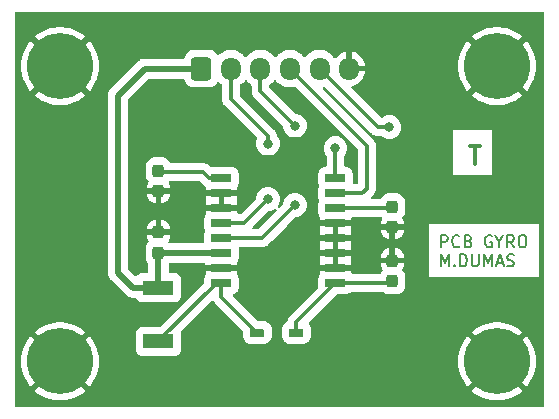
<source format=gbr>
%TF.GenerationSoftware,KiCad,Pcbnew,7.0.1*%
%TF.CreationDate,2023-04-13T11:59:34+02:00*%
%TF.ProjectId,PCBGYRO,50434247-5952-44f2-9e6b-696361645f70,rev?*%
%TF.SameCoordinates,Original*%
%TF.FileFunction,Copper,L1,Top*%
%TF.FilePolarity,Positive*%
%FSLAX46Y46*%
G04 Gerber Fmt 4.6, Leading zero omitted, Abs format (unit mm)*
G04 Created by KiCad (PCBNEW 7.0.1) date 2023-04-13 11:59:34*
%MOMM*%
%LPD*%
G01*
G04 APERTURE LIST*
G04 Aperture macros list*
%AMRoundRect*
0 Rectangle with rounded corners*
0 $1 Rounding radius*
0 $2 $3 $4 $5 $6 $7 $8 $9 X,Y pos of 4 corners*
0 Add a 4 corners polygon primitive as box body*
4,1,4,$2,$3,$4,$5,$6,$7,$8,$9,$2,$3,0*
0 Add four circle primitives for the rounded corners*
1,1,$1+$1,$2,$3*
1,1,$1+$1,$4,$5*
1,1,$1+$1,$6,$7*
1,1,$1+$1,$8,$9*
0 Add four rect primitives between the rounded corners*
20,1,$1+$1,$2,$3,$4,$5,0*
20,1,$1+$1,$4,$5,$6,$7,0*
20,1,$1+$1,$6,$7,$8,$9,0*
20,1,$1+$1,$8,$9,$2,$3,0*%
G04 Aperture macros list end*
%ADD10C,0.300000*%
%TA.AperFunction,NonConductor*%
%ADD11C,0.300000*%
%TD*%
%ADD12C,0.150000*%
%TA.AperFunction,NonConductor*%
%ADD13C,0.150000*%
%TD*%
%TA.AperFunction,ComponentPad*%
%ADD14C,5.600000*%
%TD*%
%TA.AperFunction,SMDPad,CuDef*%
%ADD15RoundRect,0.237500X0.237500X-0.300000X0.237500X0.300000X-0.237500X0.300000X-0.237500X-0.300000X0*%
%TD*%
%TA.AperFunction,SMDPad,CuDef*%
%ADD16RoundRect,0.237500X-0.237500X0.300000X-0.237500X-0.300000X0.237500X-0.300000X0.237500X0.300000X0*%
%TD*%
%TA.AperFunction,ComponentPad*%
%ADD17RoundRect,0.250000X-0.600000X-0.725000X0.600000X-0.725000X0.600000X0.725000X-0.600000X0.725000X0*%
%TD*%
%TA.AperFunction,ComponentPad*%
%ADD18O,1.700000X1.950000*%
%TD*%
%TA.AperFunction,SMDPad,CuDef*%
%ADD19RoundRect,0.148000X0.477000X0.222000X-0.477000X0.222000X-0.477000X-0.222000X0.477000X-0.222000X0*%
%TD*%
%TA.AperFunction,SMDPad,CuDef*%
%ADD20RoundRect,0.133200X0.491800X0.236800X-0.491800X0.236800X-0.491800X-0.236800X0.491800X-0.236800X0*%
%TD*%
%TA.AperFunction,SMDPad,CuDef*%
%ADD21R,2.650000X1.300000*%
%TD*%
%TA.AperFunction,SMDPad,CuDef*%
%ADD22R,1.700000X0.700000*%
%TD*%
%TA.AperFunction,ViaPad*%
%ADD23C,0.800000*%
%TD*%
%TA.AperFunction,Conductor*%
%ADD24C,0.500000*%
%TD*%
%TA.AperFunction,Conductor*%
%ADD25C,0.300000*%
%TD*%
G04 APERTURE END LIST*
D10*
D11*
X80578342Y-51758028D02*
X79721200Y-51758028D01*
X80149771Y-53258028D02*
X80149771Y-51758028D01*
D12*
D13*
X77250895Y-60335219D02*
X77250895Y-59335219D01*
X77250895Y-59335219D02*
X77631847Y-59335219D01*
X77631847Y-59335219D02*
X77727085Y-59382838D01*
X77727085Y-59382838D02*
X77774704Y-59430457D01*
X77774704Y-59430457D02*
X77822323Y-59525695D01*
X77822323Y-59525695D02*
X77822323Y-59668552D01*
X77822323Y-59668552D02*
X77774704Y-59763790D01*
X77774704Y-59763790D02*
X77727085Y-59811409D01*
X77727085Y-59811409D02*
X77631847Y-59859028D01*
X77631847Y-59859028D02*
X77250895Y-59859028D01*
X78822323Y-60239980D02*
X78774704Y-60287600D01*
X78774704Y-60287600D02*
X78631847Y-60335219D01*
X78631847Y-60335219D02*
X78536609Y-60335219D01*
X78536609Y-60335219D02*
X78393752Y-60287600D01*
X78393752Y-60287600D02*
X78298514Y-60192361D01*
X78298514Y-60192361D02*
X78250895Y-60097123D01*
X78250895Y-60097123D02*
X78203276Y-59906647D01*
X78203276Y-59906647D02*
X78203276Y-59763790D01*
X78203276Y-59763790D02*
X78250895Y-59573314D01*
X78250895Y-59573314D02*
X78298514Y-59478076D01*
X78298514Y-59478076D02*
X78393752Y-59382838D01*
X78393752Y-59382838D02*
X78536609Y-59335219D01*
X78536609Y-59335219D02*
X78631847Y-59335219D01*
X78631847Y-59335219D02*
X78774704Y-59382838D01*
X78774704Y-59382838D02*
X78822323Y-59430457D01*
X79584228Y-59811409D02*
X79727085Y-59859028D01*
X79727085Y-59859028D02*
X79774704Y-59906647D01*
X79774704Y-59906647D02*
X79822323Y-60001885D01*
X79822323Y-60001885D02*
X79822323Y-60144742D01*
X79822323Y-60144742D02*
X79774704Y-60239980D01*
X79774704Y-60239980D02*
X79727085Y-60287600D01*
X79727085Y-60287600D02*
X79631847Y-60335219D01*
X79631847Y-60335219D02*
X79250895Y-60335219D01*
X79250895Y-60335219D02*
X79250895Y-59335219D01*
X79250895Y-59335219D02*
X79584228Y-59335219D01*
X79584228Y-59335219D02*
X79679466Y-59382838D01*
X79679466Y-59382838D02*
X79727085Y-59430457D01*
X79727085Y-59430457D02*
X79774704Y-59525695D01*
X79774704Y-59525695D02*
X79774704Y-59620933D01*
X79774704Y-59620933D02*
X79727085Y-59716171D01*
X79727085Y-59716171D02*
X79679466Y-59763790D01*
X79679466Y-59763790D02*
X79584228Y-59811409D01*
X79584228Y-59811409D02*
X79250895Y-59811409D01*
X81536609Y-59382838D02*
X81441371Y-59335219D01*
X81441371Y-59335219D02*
X81298514Y-59335219D01*
X81298514Y-59335219D02*
X81155657Y-59382838D01*
X81155657Y-59382838D02*
X81060419Y-59478076D01*
X81060419Y-59478076D02*
X81012800Y-59573314D01*
X81012800Y-59573314D02*
X80965181Y-59763790D01*
X80965181Y-59763790D02*
X80965181Y-59906647D01*
X80965181Y-59906647D02*
X81012800Y-60097123D01*
X81012800Y-60097123D02*
X81060419Y-60192361D01*
X81060419Y-60192361D02*
X81155657Y-60287600D01*
X81155657Y-60287600D02*
X81298514Y-60335219D01*
X81298514Y-60335219D02*
X81393752Y-60335219D01*
X81393752Y-60335219D02*
X81536609Y-60287600D01*
X81536609Y-60287600D02*
X81584228Y-60239980D01*
X81584228Y-60239980D02*
X81584228Y-59906647D01*
X81584228Y-59906647D02*
X81393752Y-59906647D01*
X82203276Y-59859028D02*
X82203276Y-60335219D01*
X81869943Y-59335219D02*
X82203276Y-59859028D01*
X82203276Y-59859028D02*
X82536609Y-59335219D01*
X83441371Y-60335219D02*
X83108038Y-59859028D01*
X82869943Y-60335219D02*
X82869943Y-59335219D01*
X82869943Y-59335219D02*
X83250895Y-59335219D01*
X83250895Y-59335219D02*
X83346133Y-59382838D01*
X83346133Y-59382838D02*
X83393752Y-59430457D01*
X83393752Y-59430457D02*
X83441371Y-59525695D01*
X83441371Y-59525695D02*
X83441371Y-59668552D01*
X83441371Y-59668552D02*
X83393752Y-59763790D01*
X83393752Y-59763790D02*
X83346133Y-59811409D01*
X83346133Y-59811409D02*
X83250895Y-59859028D01*
X83250895Y-59859028D02*
X82869943Y-59859028D01*
X84060419Y-59335219D02*
X84250895Y-59335219D01*
X84250895Y-59335219D02*
X84346133Y-59382838D01*
X84346133Y-59382838D02*
X84441371Y-59478076D01*
X84441371Y-59478076D02*
X84488990Y-59668552D01*
X84488990Y-59668552D02*
X84488990Y-60001885D01*
X84488990Y-60001885D02*
X84441371Y-60192361D01*
X84441371Y-60192361D02*
X84346133Y-60287600D01*
X84346133Y-60287600D02*
X84250895Y-60335219D01*
X84250895Y-60335219D02*
X84060419Y-60335219D01*
X84060419Y-60335219D02*
X83965181Y-60287600D01*
X83965181Y-60287600D02*
X83869943Y-60192361D01*
X83869943Y-60192361D02*
X83822324Y-60001885D01*
X83822324Y-60001885D02*
X83822324Y-59668552D01*
X83822324Y-59668552D02*
X83869943Y-59478076D01*
X83869943Y-59478076D02*
X83965181Y-59382838D01*
X83965181Y-59382838D02*
X84060419Y-59335219D01*
X77250895Y-61955219D02*
X77250895Y-60955219D01*
X77250895Y-60955219D02*
X77584228Y-61669504D01*
X77584228Y-61669504D02*
X77917561Y-60955219D01*
X77917561Y-60955219D02*
X77917561Y-61955219D01*
X78393752Y-61859980D02*
X78441371Y-61907600D01*
X78441371Y-61907600D02*
X78393752Y-61955219D01*
X78393752Y-61955219D02*
X78346133Y-61907600D01*
X78346133Y-61907600D02*
X78393752Y-61859980D01*
X78393752Y-61859980D02*
X78393752Y-61955219D01*
X78869942Y-61955219D02*
X78869942Y-60955219D01*
X78869942Y-60955219D02*
X79108037Y-60955219D01*
X79108037Y-60955219D02*
X79250894Y-61002838D01*
X79250894Y-61002838D02*
X79346132Y-61098076D01*
X79346132Y-61098076D02*
X79393751Y-61193314D01*
X79393751Y-61193314D02*
X79441370Y-61383790D01*
X79441370Y-61383790D02*
X79441370Y-61526647D01*
X79441370Y-61526647D02*
X79393751Y-61717123D01*
X79393751Y-61717123D02*
X79346132Y-61812361D01*
X79346132Y-61812361D02*
X79250894Y-61907600D01*
X79250894Y-61907600D02*
X79108037Y-61955219D01*
X79108037Y-61955219D02*
X78869942Y-61955219D01*
X79869942Y-60955219D02*
X79869942Y-61764742D01*
X79869942Y-61764742D02*
X79917561Y-61859980D01*
X79917561Y-61859980D02*
X79965180Y-61907600D01*
X79965180Y-61907600D02*
X80060418Y-61955219D01*
X80060418Y-61955219D02*
X80250894Y-61955219D01*
X80250894Y-61955219D02*
X80346132Y-61907600D01*
X80346132Y-61907600D02*
X80393751Y-61859980D01*
X80393751Y-61859980D02*
X80441370Y-61764742D01*
X80441370Y-61764742D02*
X80441370Y-60955219D01*
X80917561Y-61955219D02*
X80917561Y-60955219D01*
X80917561Y-60955219D02*
X81250894Y-61669504D01*
X81250894Y-61669504D02*
X81584227Y-60955219D01*
X81584227Y-60955219D02*
X81584227Y-61955219D01*
X82012799Y-61669504D02*
X82488989Y-61669504D01*
X81917561Y-61955219D02*
X82250894Y-60955219D01*
X82250894Y-60955219D02*
X82584227Y-61955219D01*
X82869942Y-61907600D02*
X83012799Y-61955219D01*
X83012799Y-61955219D02*
X83250894Y-61955219D01*
X83250894Y-61955219D02*
X83346132Y-61907600D01*
X83346132Y-61907600D02*
X83393751Y-61859980D01*
X83393751Y-61859980D02*
X83441370Y-61764742D01*
X83441370Y-61764742D02*
X83441370Y-61669504D01*
X83441370Y-61669504D02*
X83393751Y-61574266D01*
X83393751Y-61574266D02*
X83346132Y-61526647D01*
X83346132Y-61526647D02*
X83250894Y-61479028D01*
X83250894Y-61479028D02*
X83060418Y-61431409D01*
X83060418Y-61431409D02*
X82965180Y-61383790D01*
X82965180Y-61383790D02*
X82917561Y-61336171D01*
X82917561Y-61336171D02*
X82869942Y-61240933D01*
X82869942Y-61240933D02*
X82869942Y-61145695D01*
X82869942Y-61145695D02*
X82917561Y-61050457D01*
X82917561Y-61050457D02*
X82965180Y-61002838D01*
X82965180Y-61002838D02*
X83060418Y-60955219D01*
X83060418Y-60955219D02*
X83298513Y-60955219D01*
X83298513Y-60955219D02*
X83441370Y-61002838D01*
D14*
%TO.P,H4,1,1*%
%TO.N,GND*%
X82000000Y-45000000D03*
%TD*%
%TO.P,H2,1,1*%
%TO.N,GND*%
X82000000Y-70000000D03*
%TD*%
D15*
%TO.P,C4,1*%
%TO.N,+5V*%
X53340000Y-60806500D03*
%TO.P,C4,2*%
%TO.N,GND*%
X53340000Y-59081500D03*
%TD*%
%TO.P,C3,1*%
%TO.N,Net-(IC1-CP5)*%
X73152000Y-63193000D03*
%TO.P,C3,2*%
%TO.N,GND*%
X73152000Y-61468000D03*
%TD*%
D14*
%TO.P,H3,1,1*%
%TO.N,GND*%
X45000000Y-45000000D03*
%TD*%
%TO.P,H1,1,1*%
%TO.N,GND*%
X45000000Y-70000000D03*
%TD*%
D15*
%TO.P,C1,1*%
%TO.N,GND*%
X53340000Y-55573000D03*
%TO.P,C1,2*%
%TO.N,Net-(IC1-DVDD)*%
X53340000Y-53848000D03*
%TD*%
D16*
%TO.P,C2,1*%
%TO.N,Net-(IC1-AVDD)*%
X73152000Y-56896000D03*
%TO.P,C2,2*%
%TO.N,GND*%
X73152000Y-58621000D03*
%TD*%
D17*
%TO.P,J1,1,Pin_1*%
%TO.N,+5V*%
X56976000Y-45212000D03*
D18*
%TO.P,J1,2,Pin_2*%
%TO.N,CS*%
X59476000Y-45212000D03*
%TO.P,J1,3,Pin_3*%
%TO.N,MISO*%
X61976000Y-45212000D03*
%TO.P,J1,4,Pin_4*%
%TO.N,MOSI*%
X64476000Y-45212000D03*
%TO.P,J1,5,Pin_5*%
%TO.N,SCLK*%
X66976000Y-45212000D03*
%TO.P,J1,6,Pin_6*%
%TO.N,GND*%
X69476000Y-45212000D03*
%TD*%
D19*
%TO.P,D1,A*%
%TO.N,Net-(IC1-VX)*%
X61704000Y-67564000D03*
D20*
%TO.P,D1,C*%
%TO.N,Net-(IC1-CP5)*%
X65024000Y-67564000D03*
%TD*%
D21*
%TO.P,L1,1*%
%TO.N,+5V*%
X53340000Y-63765000D03*
%TO.P,L1,2*%
%TO.N,Net-(IC1-VX)*%
X53340000Y-68315000D03*
%TD*%
D22*
%TO.P,IC1,1,DVDD*%
%TO.N,Net-(IC1-DVDD)*%
X58675000Y-54483000D03*
%TO.P,IC1,2,RSVD_1*%
%TO.N,GND*%
X58675000Y-55753000D03*
%TO.P,IC1,3,RSVD_2*%
X58675000Y-57023000D03*
%TO.P,IC1,4,~{CS}*%
%TO.N,CS*%
X58675000Y-58293000D03*
%TO.P,IC1,5,MISO*%
%TO.N,MISO*%
X58675000Y-59563000D03*
%TO.P,IC1,6,PDD*%
%TO.N,+5V*%
X58675000Y-60833000D03*
%TO.P,IC1,7,PSS*%
%TO.N,GND*%
X58675000Y-62103000D03*
%TO.P,IC1,8,VX*%
%TO.N,Net-(IC1-VX)*%
X58675000Y-63373000D03*
%TO.P,IC1,9,CP5*%
%TO.N,Net-(IC1-CP5)*%
X68325000Y-63373000D03*
%TO.P,IC1,10,RSVD_3*%
%TO.N,GND*%
X68325000Y-62103000D03*
%TO.P,IC1,11,AVSS*%
X68325000Y-60833000D03*
%TO.P,IC1,12,RSVD_4*%
X68325000Y-59563000D03*
%TO.P,IC1,13,DVSS*%
X68325000Y-58293000D03*
%TO.P,IC1,14,AVDD*%
%TO.N,Net-(IC1-AVDD)*%
X68325000Y-57023000D03*
%TO.P,IC1,15,MOSI*%
%TO.N,MOSI*%
X68325000Y-55753000D03*
%TO.P,IC1,16,SCLK*%
%TO.N,SCLK*%
X68325000Y-54483000D03*
%TD*%
D23*
%TO.N,GND*%
X44958000Y-53086000D03*
X56235600Y-62941200D03*
X76809600Y-47396400D03*
X71018400Y-60147200D03*
X70307200Y-67208400D03*
X70967600Y-60045600D03*
X70967600Y-60045600D03*
X49326800Y-65989200D03*
X76860400Y-53289200D03*
X52425600Y-51308000D03*
X66294000Y-52120800D03*
X70967600Y-60045600D03*
X63093600Y-69850000D03*
X57048400Y-51257200D03*
X72694800Y-65684400D03*
X64414400Y-60807600D03*
X71120000Y-61722000D03*
X45161200Y-60655200D03*
X52374800Y-48310800D03*
X77012800Y-67056000D03*
%TO.N,CS*%
X62611000Y-56261000D03*
X62611000Y-51562000D03*
%TO.N,MISO*%
X64897000Y-50038000D03*
X64897000Y-56769000D03*
%TO.N,SCLK*%
X72898000Y-50165000D03*
X68326000Y-51943000D03*
%TD*%
D24*
%TO.N,GND*%
X73152000Y-58621000D02*
X73152000Y-61468000D01*
X58675000Y-62103000D02*
X68325000Y-62103000D01*
X53520000Y-55753000D02*
X53340000Y-55573000D01*
D25*
%TO.N,Net-(IC1-DVDD)*%
X57150000Y-53975000D02*
X53467000Y-53975000D01*
X58675000Y-54483000D02*
X57658000Y-54483000D01*
X53467000Y-53975000D02*
X53340000Y-53848000D01*
X57658000Y-54483000D02*
X57150000Y-53975000D01*
%TO.N,Net-(IC1-AVDD)*%
X73025000Y-57023000D02*
X73152000Y-56896000D01*
X68325000Y-57023000D02*
X73025000Y-57023000D01*
%TO.N,Net-(IC1-CP5)*%
X72972000Y-63373000D02*
X68325000Y-63373000D01*
X65024000Y-66675000D02*
X68325000Y-63374000D01*
X73152000Y-63193000D02*
X72972000Y-63373000D01*
X65024000Y-67564000D02*
X65024000Y-66675000D01*
X68325000Y-63374000D02*
X68325000Y-63373000D01*
D24*
%TO.N,+5V*%
X53340000Y-60806500D02*
X53366500Y-60833000D01*
X49911000Y-62484000D02*
X49911000Y-47498000D01*
X52197000Y-45212000D02*
X56976000Y-45212000D01*
X51192000Y-63765000D02*
X49911000Y-62484000D01*
X49911000Y-47498000D02*
X52197000Y-45212000D01*
X53366500Y-60833000D02*
X58675000Y-60833000D01*
X53340000Y-60806500D02*
X53340000Y-63765000D01*
X53340000Y-63765000D02*
X51192000Y-63765000D01*
D25*
%TO.N,Net-(IC1-VX)*%
X58675000Y-63373000D02*
X58282000Y-63373000D01*
X58675000Y-64535000D02*
X58675000Y-63373000D01*
X58282000Y-63373000D02*
X53340000Y-68315000D01*
X61704000Y-67564000D02*
X58675000Y-64535000D01*
%TO.N,CS*%
X60579000Y-58293000D02*
X62611000Y-56261000D01*
X62611000Y-50927000D02*
X59476000Y-47792000D01*
X59476000Y-47792000D02*
X59476000Y-45212000D01*
X58675000Y-58293000D02*
X60579000Y-58293000D01*
X62611000Y-51562000D02*
X62611000Y-50927000D01*
%TO.N,MISO*%
X62103000Y-59563000D02*
X64897000Y-56769000D01*
X58675000Y-59563000D02*
X62103000Y-59563000D01*
X61976000Y-47117000D02*
X61976000Y-45212000D01*
X64897000Y-50038000D02*
X61976000Y-47117000D01*
%TO.N,MOSI*%
X70993000Y-51729000D02*
X64476000Y-45212000D01*
X70993000Y-55372000D02*
X70993000Y-51729000D01*
X68325000Y-55753000D02*
X70612000Y-55753000D01*
X70612000Y-55753000D02*
X70993000Y-55372000D01*
%TO.N,SCLK*%
X71929000Y-50165000D02*
X66976000Y-45212000D01*
X68325000Y-54483000D02*
X68325000Y-51944000D01*
X68325000Y-51944000D02*
X68326000Y-51943000D01*
X72898000Y-50165000D02*
X71929000Y-50165000D01*
%TD*%
%TA.AperFunction,Conductor*%
%TO.N,GND*%
G36*
X85917000Y-40402613D02*
G01*
X85962387Y-40448000D01*
X85979000Y-40510000D01*
X85979000Y-73764100D01*
X85962387Y-73826100D01*
X85917000Y-73871487D01*
X85855000Y-73888100D01*
X41323300Y-73888100D01*
X41261300Y-73871487D01*
X41215913Y-73826100D01*
X41199300Y-73764100D01*
X41199300Y-72506295D01*
X42847255Y-72506295D01*
X42847256Y-72506296D01*
X42860485Y-72518828D01*
X43145363Y-72735386D01*
X43451984Y-72919873D01*
X43776746Y-73070124D01*
X44115859Y-73184385D01*
X44465335Y-73261310D01*
X44821078Y-73300000D01*
X45178922Y-73300000D01*
X45534664Y-73261310D01*
X45884140Y-73184385D01*
X46223253Y-73070124D01*
X46548015Y-72919873D01*
X46854636Y-72735386D01*
X47139515Y-72518827D01*
X47152742Y-72506297D01*
X47152743Y-72506295D01*
X79847255Y-72506295D01*
X79847256Y-72506296D01*
X79860485Y-72518828D01*
X80145363Y-72735386D01*
X80451984Y-72919873D01*
X80776746Y-73070124D01*
X81115859Y-73184385D01*
X81465335Y-73261310D01*
X81821078Y-73300000D01*
X82178922Y-73300000D01*
X82534664Y-73261310D01*
X82884140Y-73184385D01*
X83223253Y-73070124D01*
X83548015Y-72919873D01*
X83854636Y-72735386D01*
X84139515Y-72518827D01*
X84152742Y-72506297D01*
X84152743Y-72506295D01*
X82000000Y-70353553D01*
X79847255Y-72506295D01*
X47152743Y-72506295D01*
X45000000Y-70353553D01*
X42847255Y-72506295D01*
X41199300Y-72506295D01*
X41199300Y-70000000D01*
X41695152Y-70000000D01*
X41714525Y-70357310D01*
X41772419Y-70710451D01*
X41868149Y-71055241D01*
X42000601Y-71387670D01*
X42168218Y-71703829D01*
X42369031Y-72000004D01*
X42496441Y-72150003D01*
X42496442Y-72150004D01*
X44646447Y-70000001D01*
X45353553Y-70000001D01*
X47503556Y-72150003D01*
X47630968Y-72000004D01*
X47831781Y-71703829D01*
X47999398Y-71387670D01*
X48131850Y-71055241D01*
X48227580Y-70710451D01*
X48285474Y-70357310D01*
X48304847Y-70000000D01*
X48304847Y-69999999D01*
X78695152Y-69999999D01*
X78714525Y-70357310D01*
X78772419Y-70710451D01*
X78868149Y-71055241D01*
X79000601Y-71387670D01*
X79168218Y-71703829D01*
X79369031Y-72000004D01*
X79496441Y-72150003D01*
X79496442Y-72150004D01*
X81646447Y-70000001D01*
X82353553Y-70000001D01*
X84503556Y-72150003D01*
X84630968Y-72000004D01*
X84831781Y-71703829D01*
X84999398Y-71387670D01*
X85131850Y-71055241D01*
X85227580Y-70710451D01*
X85285474Y-70357310D01*
X85304847Y-69999999D01*
X85285474Y-69642689D01*
X85227580Y-69289548D01*
X85131850Y-68944758D01*
X84999398Y-68612329D01*
X84831781Y-68296170D01*
X84630968Y-67999995D01*
X84503557Y-67849995D01*
X84503556Y-67849994D01*
X82353553Y-70000000D01*
X82353553Y-70000001D01*
X81646447Y-70000001D01*
X81646447Y-69999999D01*
X79496442Y-67849994D01*
X79496441Y-67849995D01*
X79369030Y-67999995D01*
X79168218Y-68296170D01*
X79000601Y-68612329D01*
X78868149Y-68944758D01*
X78772419Y-69289548D01*
X78714525Y-69642689D01*
X78695152Y-69999999D01*
X48304847Y-69999999D01*
X48285474Y-69642689D01*
X48227580Y-69289548D01*
X48148399Y-69004362D01*
X51414500Y-69004362D01*
X51429955Y-69121760D01*
X51490464Y-69267841D01*
X51586717Y-69393282D01*
X51712158Y-69489535D01*
X51712159Y-69489536D01*
X51858238Y-69550044D01*
X51975639Y-69565500D01*
X54704360Y-69565499D01*
X54704362Y-69565499D01*
X54763060Y-69557771D01*
X54821762Y-69550044D01*
X54967841Y-69489536D01*
X55093282Y-69393282D01*
X55189536Y-69267841D01*
X55250044Y-69121762D01*
X55265500Y-69004361D01*
X55265499Y-67625640D01*
X55253148Y-67531824D01*
X55258669Y-67475781D01*
X55288405Y-67427961D01*
X57829634Y-64886731D01*
X57875751Y-64857587D01*
X57929916Y-64851056D01*
X57981642Y-64868405D01*
X58020914Y-64906276D01*
X58040979Y-64936784D01*
X58042889Y-64939782D01*
X58080060Y-65000044D01*
X58082952Y-65004732D01*
X58095253Y-65019830D01*
X58096168Y-65020693D01*
X58096170Y-65020696D01*
X58150708Y-65072150D01*
X58153295Y-65074663D01*
X60442181Y-67363549D01*
X60469061Y-67403777D01*
X60478500Y-67451230D01*
X60478500Y-67835879D01*
X60488972Y-67938390D01*
X60544010Y-68104483D01*
X60635867Y-68253408D01*
X60759591Y-68377132D01*
X60815994Y-68411921D01*
X60908517Y-68468990D01*
X61019571Y-68505789D01*
X61074609Y-68524027D01*
X61125865Y-68529263D01*
X61177120Y-68534500D01*
X62230879Y-68534500D01*
X62230880Y-68534500D01*
X62333390Y-68524027D01*
X62499483Y-68468990D01*
X62648407Y-68377133D01*
X62772133Y-68253407D01*
X62863990Y-68104483D01*
X62919027Y-67938390D01*
X62928089Y-67849692D01*
X63798500Y-67849692D01*
X63808765Y-67950177D01*
X63862714Y-68112984D01*
X63952757Y-68258967D01*
X64074032Y-68380242D01*
X64074034Y-68380243D01*
X64074035Y-68380244D01*
X64220014Y-68470285D01*
X64301418Y-68497259D01*
X64382822Y-68524234D01*
X64483308Y-68534500D01*
X65564692Y-68534500D01*
X65665177Y-68524234D01*
X65665802Y-68524027D01*
X65827986Y-68470285D01*
X65973965Y-68380244D01*
X66095244Y-68258965D01*
X66185285Y-68112986D01*
X66239234Y-67950177D01*
X66249500Y-67849692D01*
X66249500Y-67493703D01*
X79847255Y-67493703D01*
X82000000Y-69646447D01*
X82000001Y-69646447D01*
X84152743Y-67493703D01*
X84152742Y-67493702D01*
X84139514Y-67481171D01*
X83854636Y-67264613D01*
X83548015Y-67080126D01*
X83223253Y-66929875D01*
X82884140Y-66815614D01*
X82534664Y-66738689D01*
X82178922Y-66700000D01*
X81821078Y-66700000D01*
X81465335Y-66738689D01*
X81115859Y-66815614D01*
X80776746Y-66929875D01*
X80451984Y-67080126D01*
X80145363Y-67264613D01*
X79860486Y-67481170D01*
X79847256Y-67493702D01*
X79847255Y-67493703D01*
X66249500Y-67493703D01*
X66249500Y-67278308D01*
X66239234Y-67177823D01*
X66185285Y-67015014D01*
X66095244Y-66869035D01*
X66095243Y-66869034D01*
X66095242Y-66869032D01*
X66080969Y-66854759D01*
X66048875Y-66799172D01*
X66048875Y-66734984D01*
X66080967Y-66679399D01*
X68400548Y-64359818D01*
X68440777Y-64332938D01*
X68488230Y-64323499D01*
X69214363Y-64323499D01*
X69284801Y-64314225D01*
X69331762Y-64308044D01*
X69477841Y-64247536D01*
X69564214Y-64181259D01*
X69606095Y-64149124D01*
X69641723Y-64130081D01*
X69681581Y-64123500D01*
X72317651Y-64123500D01*
X72358832Y-64130538D01*
X72395339Y-64150853D01*
X72460519Y-64203247D01*
X72623815Y-64284234D01*
X72800703Y-64328224D01*
X72841639Y-64331000D01*
X73462360Y-64330999D01*
X73462361Y-64330999D01*
X73472594Y-64330305D01*
X73503297Y-64328224D01*
X73680185Y-64284234D01*
X73843481Y-64203247D01*
X73985549Y-64089049D01*
X74099747Y-63946981D01*
X74180734Y-63783685D01*
X74224724Y-63606797D01*
X74227500Y-63565861D01*
X74227499Y-62820140D01*
X74224724Y-62779203D01*
X74180734Y-62602315D01*
X74099747Y-62439019D01*
X74008836Y-62325921D01*
X73985884Y-62280971D01*
X73982747Y-62230594D01*
X73999947Y-62183140D01*
X74062452Y-62081804D01*
X74116681Y-61918151D01*
X74127000Y-61817147D01*
X74127000Y-61718000D01*
X72177001Y-61718000D01*
X72177001Y-61817147D01*
X72187318Y-61918150D01*
X72241547Y-62081804D01*
X72304052Y-62183139D01*
X72321252Y-62230592D01*
X72318116Y-62280969D01*
X72295162Y-62325923D01*
X72204252Y-62439020D01*
X72147429Y-62553595D01*
X72101703Y-62603875D01*
X72036341Y-62622500D01*
X69799000Y-62622500D01*
X69737000Y-62605887D01*
X69691613Y-62560500D01*
X69675000Y-62498500D01*
X69675000Y-62353000D01*
X66975000Y-62353000D01*
X66975000Y-62500824D01*
X66981402Y-62560379D01*
X66987387Y-62576425D01*
X66993836Y-62638133D01*
X66969583Y-62695241D01*
X66950463Y-62720159D01*
X66889956Y-62866237D01*
X66874500Y-62983638D01*
X66874500Y-63711768D01*
X66865061Y-63759221D01*
X66838181Y-63799449D01*
X64538358Y-66099272D01*
X64524727Y-66111053D01*
X64505467Y-66125392D01*
X64473633Y-66163329D01*
X64466341Y-66171289D01*
X64462408Y-66175222D01*
X64443176Y-66199545D01*
X64440902Y-66202337D01*
X64391894Y-66260744D01*
X64381418Y-66277187D01*
X64349192Y-66346294D01*
X64347622Y-66349536D01*
X64313393Y-66417692D01*
X64306996Y-66436098D01*
X64291573Y-66510788D01*
X64290793Y-66514304D01*
X64274951Y-66581154D01*
X64254824Y-66625153D01*
X64219390Y-66658099D01*
X64202491Y-66668523D01*
X64074032Y-66747757D01*
X63952757Y-66869032D01*
X63862714Y-67015015D01*
X63808765Y-67177822D01*
X63798500Y-67278308D01*
X63798500Y-67849692D01*
X62928089Y-67849692D01*
X62929500Y-67835880D01*
X62929500Y-67292120D01*
X62919027Y-67189610D01*
X62863990Y-67023517D01*
X62772133Y-66874593D01*
X62772132Y-66874591D01*
X62648408Y-66750867D01*
X62499483Y-66659010D01*
X62333390Y-66603972D01*
X62240381Y-66594470D01*
X62230880Y-66593500D01*
X62230879Y-66593500D01*
X61846229Y-66593500D01*
X61798776Y-66584061D01*
X61758548Y-66557181D01*
X59691115Y-64489748D01*
X59660135Y-64438062D01*
X59657179Y-64377875D01*
X59682943Y-64323402D01*
X59731342Y-64287506D01*
X59827841Y-64247536D01*
X59953282Y-64151282D01*
X60049536Y-64025841D01*
X60110044Y-63879762D01*
X60125500Y-63762361D01*
X60125499Y-62983640D01*
X60118747Y-62932353D01*
X60110044Y-62866239D01*
X60110044Y-62866238D01*
X60049536Y-62720159D01*
X60044589Y-62713711D01*
X60030418Y-62695243D01*
X60006163Y-62638132D01*
X60012613Y-62576421D01*
X60018597Y-62560376D01*
X60025000Y-62500824D01*
X60025000Y-62353000D01*
X57325000Y-62353000D01*
X57325000Y-62500824D01*
X57331402Y-62560379D01*
X57337387Y-62576425D01*
X57343836Y-62638133D01*
X57319583Y-62695241D01*
X57300463Y-62720159D01*
X57239956Y-62866237D01*
X57224500Y-62983638D01*
X57224500Y-63317770D01*
X57215061Y-63365223D01*
X57188181Y-63405451D01*
X53565449Y-67028181D01*
X53525221Y-67055061D01*
X53477768Y-67064500D01*
X51975637Y-67064500D01*
X51858239Y-67079955D01*
X51712158Y-67140464D01*
X51586717Y-67236717D01*
X51490463Y-67362159D01*
X51429956Y-67508237D01*
X51414500Y-67625637D01*
X51414500Y-69004362D01*
X48148399Y-69004362D01*
X48131850Y-68944758D01*
X47999398Y-68612329D01*
X47831781Y-68296170D01*
X47630968Y-67999995D01*
X47503557Y-67849995D01*
X47503556Y-67849994D01*
X45353553Y-70000000D01*
X45353553Y-70000001D01*
X44646447Y-70000001D01*
X44646447Y-70000000D01*
X42496442Y-67849994D01*
X42496441Y-67849995D01*
X42369030Y-67999995D01*
X42168218Y-68296170D01*
X42000601Y-68612329D01*
X41868149Y-68944758D01*
X41772419Y-69289548D01*
X41714525Y-69642689D01*
X41695152Y-70000000D01*
X41199300Y-70000000D01*
X41199300Y-67493703D01*
X42847255Y-67493703D01*
X45000000Y-69646447D01*
X45000001Y-69646447D01*
X47152743Y-67493703D01*
X47152742Y-67493702D01*
X47139514Y-67481171D01*
X46854636Y-67264613D01*
X46548015Y-67080126D01*
X46223253Y-66929875D01*
X45884140Y-66815614D01*
X45534664Y-66738689D01*
X45178922Y-66700000D01*
X44821078Y-66700000D01*
X44465335Y-66738689D01*
X44115859Y-66815614D01*
X43776746Y-66929875D01*
X43451984Y-67080126D01*
X43145363Y-67264613D01*
X42860486Y-67481170D01*
X42847256Y-67493702D01*
X42847255Y-67493703D01*
X41199300Y-67493703D01*
X41199300Y-62507167D01*
X49055799Y-62507167D01*
X49066502Y-62585732D01*
X49066910Y-62589062D01*
X49075498Y-62668025D01*
X49080732Y-62690356D01*
X49080772Y-62690467D01*
X49080773Y-62690468D01*
X49108129Y-62764934D01*
X49109228Y-62768054D01*
X49134594Y-62843333D01*
X49144508Y-62864023D01*
X49161198Y-62890133D01*
X49187295Y-62930962D01*
X49189037Y-62933771D01*
X49219041Y-62983639D01*
X49229990Y-63001835D01*
X49244116Y-63019905D01*
X49244199Y-63019988D01*
X49244200Y-63019989D01*
X49300302Y-63076091D01*
X49302608Y-63078461D01*
X49357151Y-63136041D01*
X49357152Y-63136042D01*
X49357233Y-63136127D01*
X49375117Y-63150906D01*
X50562593Y-64338381D01*
X50569419Y-64345785D01*
X50603663Y-64386100D01*
X50647586Y-64419489D01*
X50666782Y-64434082D01*
X50669427Y-64436150D01*
X50731334Y-64485912D01*
X50750826Y-64498003D01*
X50750935Y-64498053D01*
X50750936Y-64498054D01*
X50822943Y-64531367D01*
X50825900Y-64532784D01*
X50872732Y-64556011D01*
X50897089Y-64568092D01*
X50918713Y-64575705D01*
X50918830Y-64575730D01*
X50918833Y-64575732D01*
X50996266Y-64592775D01*
X50999514Y-64593536D01*
X51076506Y-64612684D01*
X51076508Y-64612684D01*
X51076621Y-64612712D01*
X51099385Y-64615500D01*
X51099503Y-64615500D01*
X51178774Y-64615500D01*
X51182131Y-64615545D01*
X51261433Y-64617693D01*
X51261434Y-64617692D01*
X51261552Y-64617696D01*
X51284651Y-64615500D01*
X51365219Y-64615500D01*
X51412672Y-64624939D01*
X51452901Y-64651819D01*
X51479780Y-64692048D01*
X51490463Y-64717840D01*
X51586717Y-64843282D01*
X51710526Y-64938283D01*
X51712159Y-64939536D01*
X51858238Y-65000044D01*
X51975639Y-65015500D01*
X54704360Y-65015499D01*
X54704362Y-65015499D01*
X54763060Y-65007771D01*
X54821762Y-65000044D01*
X54967841Y-64939536D01*
X55093282Y-64843282D01*
X55189536Y-64717841D01*
X55250044Y-64571762D01*
X55265500Y-64454361D01*
X55265499Y-63075640D01*
X55250044Y-62958238D01*
X55189536Y-62812159D01*
X55133882Y-62739629D01*
X55093282Y-62686717D01*
X54967840Y-62590463D01*
X54821762Y-62529956D01*
X54704362Y-62514500D01*
X54704361Y-62514500D01*
X54314500Y-62514500D01*
X54252500Y-62497887D01*
X54207113Y-62452500D01*
X54190500Y-62390500D01*
X54190500Y-61807500D01*
X54207113Y-61745500D01*
X54252500Y-61700113D01*
X54314500Y-61683500D01*
X57201000Y-61683500D01*
X57263000Y-61700113D01*
X57308387Y-61745500D01*
X57325000Y-61807500D01*
X57325000Y-61853000D01*
X60025000Y-61853000D01*
X60025000Y-61705176D01*
X60018597Y-61645623D01*
X60012612Y-61629575D01*
X60006163Y-61567863D01*
X60030420Y-61510753D01*
X60049536Y-61485841D01*
X60110044Y-61339762D01*
X60125500Y-61222361D01*
X60125500Y-61083000D01*
X66975000Y-61083000D01*
X66975000Y-61230824D01*
X66981402Y-61290377D01*
X67031489Y-61424667D01*
X67039307Y-61468000D01*
X67031489Y-61511333D01*
X66981402Y-61645622D01*
X66975000Y-61705176D01*
X66975000Y-61853000D01*
X68075000Y-61853000D01*
X68075000Y-61083000D01*
X68575000Y-61083000D01*
X68575000Y-61853000D01*
X69675000Y-61853000D01*
X69675000Y-61705176D01*
X69668597Y-61645624D01*
X69618510Y-61511334D01*
X69610692Y-61468000D01*
X69618510Y-61424666D01*
X69668597Y-61290375D01*
X69675000Y-61230824D01*
X69675000Y-61218000D01*
X72177000Y-61218000D01*
X72902000Y-61218000D01*
X72902000Y-60430501D01*
X72865353Y-60430501D01*
X72764349Y-60440818D01*
X72600698Y-60495046D01*
X72453959Y-60585556D01*
X72332056Y-60707459D01*
X72241546Y-60854198D01*
X72187318Y-61017848D01*
X72177000Y-61118853D01*
X72177000Y-61218000D01*
X69675000Y-61218000D01*
X69675000Y-61083000D01*
X68575000Y-61083000D01*
X68075000Y-61083000D01*
X66975000Y-61083000D01*
X60125500Y-61083000D01*
X60125499Y-60443640D01*
X60125499Y-60437500D01*
X60142112Y-60375500D01*
X60187499Y-60330113D01*
X60249499Y-60313500D01*
X62039294Y-60313500D01*
X62057264Y-60314809D01*
X62061320Y-60315402D01*
X62081023Y-60318289D01*
X62130368Y-60313972D01*
X62141176Y-60313500D01*
X62146706Y-60313500D01*
X62146709Y-60313500D01*
X62177550Y-60309894D01*
X62181031Y-60309539D01*
X62255797Y-60302999D01*
X62255797Y-60302998D01*
X62257052Y-60302889D01*
X62276062Y-60298674D01*
X62277250Y-60298241D01*
X62277255Y-60298241D01*
X62347820Y-60272557D01*
X62351095Y-60271419D01*
X62422334Y-60247814D01*
X62422336Y-60247812D01*
X62423536Y-60247415D01*
X62441063Y-60238929D01*
X62442112Y-60238238D01*
X62442117Y-60238237D01*
X62504806Y-60197005D01*
X62507798Y-60195099D01*
X62571656Y-60155712D01*
X62571656Y-60155711D01*
X62572729Y-60155050D01*
X62587824Y-60142753D01*
X62588692Y-60141832D01*
X62588696Y-60141830D01*
X62640185Y-60087253D01*
X62642631Y-60084735D01*
X62914366Y-59813000D01*
X66975000Y-59813000D01*
X66975000Y-59960824D01*
X66981402Y-60020377D01*
X67031489Y-60154666D01*
X67039307Y-60197999D01*
X67031489Y-60241332D01*
X66981402Y-60375622D01*
X66975000Y-60435176D01*
X66975000Y-60583000D01*
X68075000Y-60583000D01*
X68075000Y-59813000D01*
X68575000Y-59813000D01*
X68575000Y-60583000D01*
X69675000Y-60583000D01*
X69675000Y-60435176D01*
X69674497Y-60430500D01*
X73402000Y-60430500D01*
X73402000Y-61218000D01*
X74126999Y-61218000D01*
X74126999Y-61118853D01*
X74116681Y-61017849D01*
X74062453Y-60854198D01*
X73971943Y-60707459D01*
X73850040Y-60585556D01*
X73703301Y-60495046D01*
X73539651Y-60440818D01*
X73438647Y-60430500D01*
X73402000Y-60430500D01*
X69674497Y-60430500D01*
X69668597Y-60375624D01*
X69618510Y-60241334D01*
X69610692Y-60198000D01*
X69618510Y-60154666D01*
X69668597Y-60020375D01*
X69675000Y-59960824D01*
X69675000Y-59813000D01*
X68575000Y-59813000D01*
X68075000Y-59813000D01*
X66975000Y-59813000D01*
X62914366Y-59813000D01*
X64184366Y-58543000D01*
X66975000Y-58543000D01*
X66975000Y-58690824D01*
X66981402Y-58750377D01*
X67031489Y-58884666D01*
X67039307Y-58927999D01*
X67031489Y-58971332D01*
X66981402Y-59105622D01*
X66975000Y-59165176D01*
X66975000Y-59313000D01*
X68075000Y-59313000D01*
X68075000Y-58543000D01*
X68575000Y-58543000D01*
X68575000Y-59313000D01*
X69675000Y-59313000D01*
X69675000Y-59165176D01*
X69668597Y-59105622D01*
X69618510Y-58971332D01*
X69610692Y-58927999D01*
X69618510Y-58884665D01*
X69623607Y-58871000D01*
X72177001Y-58871000D01*
X72177001Y-58970147D01*
X72187318Y-59071150D01*
X72241546Y-59234801D01*
X72332056Y-59381540D01*
X72453959Y-59503443D01*
X72600698Y-59593953D01*
X72764348Y-59648181D01*
X72865353Y-59658500D01*
X72902000Y-59658500D01*
X72902000Y-58871000D01*
X73402000Y-58871000D01*
X73402000Y-59658499D01*
X73438647Y-59658499D01*
X73539650Y-59648181D01*
X73703301Y-59593953D01*
X73850040Y-59503443D01*
X73971943Y-59381540D01*
X74062453Y-59234801D01*
X74116681Y-59071151D01*
X74127000Y-58970147D01*
X74127000Y-58871000D01*
X73402000Y-58871000D01*
X72902000Y-58871000D01*
X72177001Y-58871000D01*
X69623607Y-58871000D01*
X69668597Y-58750375D01*
X69675000Y-58690824D01*
X69675000Y-58543000D01*
X68575000Y-58543000D01*
X68075000Y-58543000D01*
X66975000Y-58543000D01*
X64184366Y-58543000D01*
X64927776Y-57799590D01*
X64962438Y-57775179D01*
X65003299Y-57763871D01*
X65093132Y-57755024D01*
X65281727Y-57697814D01*
X65455538Y-57604910D01*
X65607883Y-57479883D01*
X65732910Y-57327538D01*
X65825814Y-57153727D01*
X65883024Y-56965132D01*
X65902341Y-56769000D01*
X65883024Y-56572868D01*
X65825814Y-56384273D01*
X65732910Y-56210462D01*
X65607883Y-56058117D01*
X65455538Y-55933090D01*
X65363076Y-55883668D01*
X65281726Y-55840185D01*
X65093133Y-55782976D01*
X64897000Y-55763659D01*
X64700866Y-55782976D01*
X64512273Y-55840185D01*
X64338463Y-55933089D01*
X64186117Y-56058117D01*
X64061089Y-56210463D01*
X63968185Y-56384273D01*
X63910976Y-56572865D01*
X63902127Y-56662700D01*
X63890818Y-56703562D01*
X63866405Y-56738225D01*
X63649679Y-56954951D01*
X63588572Y-56988389D01*
X63519079Y-56983606D01*
X63463130Y-56942111D01*
X63438380Y-56876999D01*
X63452640Y-56808817D01*
X63473923Y-56769000D01*
X63539814Y-56645727D01*
X63597024Y-56457132D01*
X63616341Y-56261000D01*
X63597024Y-56064868D01*
X63539814Y-55876273D01*
X63446910Y-55702462D01*
X63321883Y-55550117D01*
X63169538Y-55425090D01*
X63147091Y-55413091D01*
X62995726Y-55332185D01*
X62807133Y-55274976D01*
X62611000Y-55255659D01*
X62414866Y-55274976D01*
X62226273Y-55332185D01*
X62052463Y-55425089D01*
X61900117Y-55550117D01*
X61775089Y-55702463D01*
X61682185Y-55876273D01*
X61624976Y-56064865D01*
X61616127Y-56154700D01*
X61604818Y-56195562D01*
X61580405Y-56230225D01*
X60304451Y-57506181D01*
X60264223Y-57533061D01*
X60216770Y-57542500D01*
X60149000Y-57542500D01*
X60087000Y-57525887D01*
X60041613Y-57480500D01*
X60025000Y-57418500D01*
X60025000Y-57273000D01*
X57325000Y-57273000D01*
X57325000Y-57420824D01*
X57331402Y-57480379D01*
X57337387Y-57496425D01*
X57343836Y-57558133D01*
X57319583Y-57615241D01*
X57300463Y-57640159D01*
X57239956Y-57786237D01*
X57224500Y-57903637D01*
X57224500Y-58682362D01*
X57239955Y-58799760D01*
X57273418Y-58880547D01*
X57282857Y-58927999D01*
X57273418Y-58975452D01*
X57239956Y-59056237D01*
X57233455Y-59105622D01*
X57224500Y-59173639D01*
X57224500Y-59531651D01*
X57224501Y-59858500D01*
X57207888Y-59920500D01*
X57162501Y-59965887D01*
X57100501Y-59982500D01*
X54295482Y-59982500D01*
X54232703Y-59965433D01*
X54187204Y-59918932D01*
X54171512Y-59855795D01*
X54189944Y-59793403D01*
X54250452Y-59695304D01*
X54304681Y-59531651D01*
X54315000Y-59430647D01*
X54315000Y-59331500D01*
X52365001Y-59331500D01*
X52365001Y-59430647D01*
X52375318Y-59531650D01*
X52429547Y-59695304D01*
X52492052Y-59796639D01*
X52509252Y-59844092D01*
X52506116Y-59894469D01*
X52483162Y-59939423D01*
X52392252Y-60052520D01*
X52311266Y-60215813D01*
X52267275Y-60392703D01*
X52264500Y-60433639D01*
X52264500Y-61179361D01*
X52267275Y-61220294D01*
X52311266Y-61397186D01*
X52346387Y-61468000D01*
X52392253Y-61560481D01*
X52392254Y-61560482D01*
X52462147Y-61647433D01*
X52482462Y-61683939D01*
X52489500Y-61725120D01*
X52489500Y-62390501D01*
X52472887Y-62452501D01*
X52427500Y-62497888D01*
X52365500Y-62514501D01*
X51975637Y-62514501D01*
X51858239Y-62529955D01*
X51712158Y-62590464D01*
X51586719Y-62686716D01*
X51555475Y-62727435D01*
X51499509Y-62768470D01*
X51430260Y-62773009D01*
X51369418Y-62739629D01*
X50797819Y-62168030D01*
X50770939Y-62127802D01*
X50761500Y-62080349D01*
X50761500Y-58831500D01*
X52365000Y-58831500D01*
X53090000Y-58831500D01*
X53090000Y-58044001D01*
X53053353Y-58044001D01*
X52952349Y-58054318D01*
X52788698Y-58108546D01*
X52641959Y-58199056D01*
X52520056Y-58320959D01*
X52429546Y-58467698D01*
X52375318Y-58631348D01*
X52365000Y-58732353D01*
X52365000Y-58831500D01*
X50761500Y-58831500D01*
X50761500Y-58044000D01*
X53590000Y-58044000D01*
X53590000Y-58831500D01*
X54314999Y-58831500D01*
X54314999Y-58732353D01*
X54304681Y-58631349D01*
X54250453Y-58467698D01*
X54159943Y-58320959D01*
X54038040Y-58199056D01*
X53891301Y-58108546D01*
X53727651Y-58054318D01*
X53626647Y-58044000D01*
X53590000Y-58044000D01*
X50761500Y-58044000D01*
X50761500Y-55823000D01*
X52365001Y-55823000D01*
X52365001Y-55922147D01*
X52375318Y-56023150D01*
X52429546Y-56186801D01*
X52520056Y-56333540D01*
X52641959Y-56455443D01*
X52788698Y-56545953D01*
X52952348Y-56600181D01*
X53053353Y-56610500D01*
X53090000Y-56610500D01*
X53090000Y-55823000D01*
X53590000Y-55823000D01*
X53590000Y-56610499D01*
X53626647Y-56610499D01*
X53727650Y-56600181D01*
X53891301Y-56545953D01*
X54038040Y-56455443D01*
X54159943Y-56333540D01*
X54250453Y-56186801D01*
X54304681Y-56023151D01*
X54306740Y-56003000D01*
X57325000Y-56003000D01*
X57325000Y-56150824D01*
X57331402Y-56210377D01*
X57381489Y-56344666D01*
X57389307Y-56387999D01*
X57381489Y-56431332D01*
X57331402Y-56565622D01*
X57325000Y-56625176D01*
X57325000Y-56773000D01*
X58425000Y-56773000D01*
X58425000Y-56003000D01*
X58925000Y-56003000D01*
X58925000Y-56773000D01*
X60025000Y-56773000D01*
X60025000Y-56625176D01*
X60018597Y-56565624D01*
X59968510Y-56431334D01*
X59960692Y-56388000D01*
X59968510Y-56344666D01*
X60018597Y-56210375D01*
X60025000Y-56150824D01*
X60025000Y-56003000D01*
X58925000Y-56003000D01*
X58425000Y-56003000D01*
X57325000Y-56003000D01*
X54306740Y-56003000D01*
X54315000Y-55922147D01*
X54315000Y-55823000D01*
X53590000Y-55823000D01*
X53090000Y-55823000D01*
X52365001Y-55823000D01*
X50761500Y-55823000D01*
X50761500Y-54220861D01*
X52264500Y-54220861D01*
X52267275Y-54261794D01*
X52311266Y-54438686D01*
X52392253Y-54601982D01*
X52483161Y-54715075D01*
X52506115Y-54760028D01*
X52509252Y-54810405D01*
X52492053Y-54857858D01*
X52429547Y-54959196D01*
X52375318Y-55122848D01*
X52365000Y-55223853D01*
X52365000Y-55323000D01*
X54314999Y-55323000D01*
X54314999Y-55223853D01*
X54304681Y-55122849D01*
X54250452Y-54959197D01*
X54222943Y-54914598D01*
X54204511Y-54852205D01*
X54220203Y-54789069D01*
X54265702Y-54742567D01*
X54328481Y-54725500D01*
X56787770Y-54725500D01*
X56835223Y-54734939D01*
X56875451Y-54761819D01*
X57082268Y-54968635D01*
X57094044Y-54982260D01*
X57108390Y-55001530D01*
X57146355Y-55033386D01*
X57154317Y-55040684D01*
X57158224Y-55044591D01*
X57182537Y-55063815D01*
X57185337Y-55066096D01*
X57243756Y-55115117D01*
X57260159Y-55125566D01*
X57261319Y-55126107D01*
X57261323Y-55126110D01*
X57271074Y-55130657D01*
X57318327Y-55169252D01*
X57341454Y-55225713D01*
X57334853Y-55286369D01*
X57331402Y-55295620D01*
X57325000Y-55355176D01*
X57325000Y-55503000D01*
X60025000Y-55503000D01*
X60025000Y-55355176D01*
X60018597Y-55295623D01*
X60012612Y-55279575D01*
X60006163Y-55217863D01*
X60030420Y-55160753D01*
X60039355Y-55149109D01*
X60049536Y-55135841D01*
X60110044Y-54989762D01*
X60125500Y-54872361D01*
X60125499Y-54093640D01*
X60110044Y-53976238D01*
X60049536Y-53830159D01*
X60027139Y-53800971D01*
X59953282Y-53704717D01*
X59827840Y-53608463D01*
X59681762Y-53547956D01*
X59564362Y-53532500D01*
X57820230Y-53532500D01*
X57772777Y-53523061D01*
X57732549Y-53496181D01*
X57725728Y-53489360D01*
X57713946Y-53475727D01*
X57713508Y-53475139D01*
X57699610Y-53456470D01*
X57661667Y-53424631D01*
X57653691Y-53417323D01*
X57649782Y-53413414D01*
X57649777Y-53413409D01*
X57625423Y-53394152D01*
X57622647Y-53391890D01*
X57564251Y-53342890D01*
X57547821Y-53332422D01*
X57478691Y-53300186D01*
X57475447Y-53298615D01*
X57407306Y-53264394D01*
X57388903Y-53257997D01*
X57385600Y-53257315D01*
X57314206Y-53242572D01*
X57310692Y-53241794D01*
X57236490Y-53224208D01*
X57217121Y-53222229D01*
X57140869Y-53224448D01*
X57137263Y-53224500D01*
X54429373Y-53224500D01*
X54364011Y-53205875D01*
X54318285Y-53155594D01*
X54287747Y-53094019D01*
X54173549Y-52951950D01*
X54031482Y-52837753D01*
X53868186Y-52756766D01*
X53691295Y-52712775D01*
X53653337Y-52710201D01*
X53650360Y-52710000D01*
X53029638Y-52710000D01*
X52988705Y-52712775D01*
X52811813Y-52756766D01*
X52648517Y-52837753D01*
X52506450Y-52951950D01*
X52392253Y-53094017D01*
X52311266Y-53257313D01*
X52267275Y-53434203D01*
X52264500Y-53475139D01*
X52264500Y-54220861D01*
X50761500Y-54220861D01*
X50761500Y-47901651D01*
X50770939Y-47854198D01*
X50797819Y-47813970D01*
X52512970Y-46098819D01*
X52553198Y-46071939D01*
X52600651Y-46062500D01*
X55433865Y-46062500D01*
X55486945Y-46074435D01*
X55529807Y-46107943D01*
X55554199Y-46156572D01*
X55572963Y-46232021D01*
X55655158Y-46397753D01*
X55771060Y-46541940D01*
X55915247Y-46657842D01*
X56080979Y-46740037D01*
X56260505Y-46784683D01*
X56302046Y-46787500D01*
X57649954Y-46787500D01*
X57691495Y-46784683D01*
X57871021Y-46740037D01*
X58036753Y-46657842D01*
X58180940Y-46541940D01*
X58292393Y-46403287D01*
X58333587Y-46370067D01*
X58384885Y-46357048D01*
X58436939Y-46366604D01*
X58480267Y-46396996D01*
X58490236Y-46407825D01*
X58677662Y-46553705D01*
X58712900Y-46597098D01*
X58725500Y-46651558D01*
X58725500Y-47728294D01*
X58724191Y-47746264D01*
X58720711Y-47770023D01*
X58725028Y-47819369D01*
X58725500Y-47830176D01*
X58725500Y-47835708D01*
X58729098Y-47866496D01*
X58729464Y-47870081D01*
X58736110Y-47946041D01*
X58740329Y-47965071D01*
X58740758Y-47966251D01*
X58740759Y-47966255D01*
X58766413Y-48036742D01*
X58767582Y-48040107D01*
X58791580Y-48112524D01*
X58800075Y-48130072D01*
X58841979Y-48193784D01*
X58843889Y-48196782D01*
X58883288Y-48260656D01*
X58883952Y-48261732D01*
X58896253Y-48276830D01*
X58897168Y-48277693D01*
X58897170Y-48277696D01*
X58920811Y-48300000D01*
X58951709Y-48329151D01*
X58954296Y-48331664D01*
X61658161Y-51035529D01*
X61686531Y-51079528D01*
X61694215Y-51131313D01*
X61684533Y-51165222D01*
X61685731Y-51165586D01*
X61624975Y-51365869D01*
X61605659Y-51562000D01*
X61624976Y-51758133D01*
X61682185Y-51946726D01*
X61682186Y-51946727D01*
X61775090Y-52120538D01*
X61900117Y-52272883D01*
X62052462Y-52397910D01*
X62226273Y-52490814D01*
X62414868Y-52548024D01*
X62611000Y-52567341D01*
X62807132Y-52548024D01*
X62995727Y-52490814D01*
X63169538Y-52397910D01*
X63321883Y-52272883D01*
X63446910Y-52120538D01*
X63539814Y-51946727D01*
X63597024Y-51758132D01*
X63616341Y-51562000D01*
X63597024Y-51365868D01*
X63539814Y-51177273D01*
X63446910Y-51003462D01*
X63386776Y-50930190D01*
X63359469Y-50865918D01*
X63357901Y-50852504D01*
X63357536Y-50848929D01*
X63353965Y-50808111D01*
X63350999Y-50774203D01*
X63350998Y-50774201D01*
X63350889Y-50772949D01*
X63346672Y-50753930D01*
X63335610Y-50723538D01*
X63320591Y-50682273D01*
X63319408Y-50678868D01*
X63314571Y-50664270D01*
X63295814Y-50607666D01*
X63295812Y-50607663D01*
X63295415Y-50606464D01*
X63286929Y-50588936D01*
X63286237Y-50587884D01*
X63286237Y-50587883D01*
X63245001Y-50525188D01*
X63243086Y-50522181D01*
X63203048Y-50457269D01*
X63190748Y-50442170D01*
X63135272Y-50389831D01*
X63132685Y-50387318D01*
X60262819Y-47517451D01*
X60235939Y-47477223D01*
X60226500Y-47429770D01*
X60226500Y-46651558D01*
X60239100Y-46597098D01*
X60274338Y-46553705D01*
X60461760Y-46407828D01*
X60461761Y-46407827D01*
X60461764Y-46407825D01*
X60624571Y-46230969D01*
X60624572Y-46230967D01*
X60631530Y-46223409D01*
X60632945Y-46224712D01*
X60666978Y-46193379D01*
X60726000Y-46178432D01*
X60785022Y-46193379D01*
X60819054Y-46224712D01*
X60820470Y-46223409D01*
X60827427Y-46230967D01*
X60827429Y-46230969D01*
X60980964Y-46397753D01*
X60990239Y-46407828D01*
X61177662Y-46553705D01*
X61212900Y-46597098D01*
X61225500Y-46651558D01*
X61225500Y-47053294D01*
X61224191Y-47071264D01*
X61220711Y-47095023D01*
X61225028Y-47144369D01*
X61225500Y-47155176D01*
X61225500Y-47160708D01*
X61229098Y-47191496D01*
X61229464Y-47195081D01*
X61236110Y-47271041D01*
X61240329Y-47290071D01*
X61240758Y-47291251D01*
X61240759Y-47291255D01*
X61266413Y-47361742D01*
X61267582Y-47365107D01*
X61291580Y-47437524D01*
X61300075Y-47455072D01*
X61341979Y-47518784D01*
X61343889Y-47521782D01*
X61372121Y-47567551D01*
X61383952Y-47586732D01*
X61396253Y-47601830D01*
X61397168Y-47602693D01*
X61397170Y-47602696D01*
X61451708Y-47654150D01*
X61454295Y-47656663D01*
X63866405Y-50068773D01*
X63890818Y-50103437D01*
X63902127Y-50144298D01*
X63910976Y-50234135D01*
X63968185Y-50422726D01*
X64022972Y-50525225D01*
X64061090Y-50596538D01*
X64186117Y-50748883D01*
X64338462Y-50873910D01*
X64512273Y-50966814D01*
X64700868Y-51024024D01*
X64897000Y-51043341D01*
X65093132Y-51024024D01*
X65281727Y-50966814D01*
X65455538Y-50873910D01*
X65607883Y-50748883D01*
X65732910Y-50596538D01*
X65825814Y-50422727D01*
X65883024Y-50234132D01*
X65902341Y-50038000D01*
X65883024Y-49841868D01*
X65825814Y-49653273D01*
X65732910Y-49479462D01*
X65607883Y-49327117D01*
X65455538Y-49202090D01*
X65412295Y-49178976D01*
X65281726Y-49109185D01*
X65093135Y-49051976D01*
X65003298Y-49043127D01*
X64962437Y-49031818D01*
X64927773Y-49007405D01*
X62762819Y-46842451D01*
X62735939Y-46802223D01*
X62726500Y-46754770D01*
X62726500Y-46651558D01*
X62739100Y-46597098D01*
X62774338Y-46553705D01*
X62961760Y-46407828D01*
X62961761Y-46407827D01*
X62961764Y-46407825D01*
X63124571Y-46230969D01*
X63124572Y-46230967D01*
X63131530Y-46223409D01*
X63132945Y-46224712D01*
X63166978Y-46193379D01*
X63226000Y-46178432D01*
X63285022Y-46193379D01*
X63319054Y-46224712D01*
X63320470Y-46223409D01*
X63327427Y-46230967D01*
X63327429Y-46230969D01*
X63490236Y-46407825D01*
X63490239Y-46407827D01*
X63679927Y-46555468D01*
X63679929Y-46555469D01*
X63679933Y-46555472D01*
X63891344Y-46669882D01*
X63891347Y-46669883D01*
X64094333Y-46739568D01*
X64118703Y-46747934D01*
X64355808Y-46787500D01*
X64596191Y-46787500D01*
X64596192Y-46787500D01*
X64833297Y-46747934D01*
X64847381Y-46743098D01*
X64915594Y-46739568D01*
X64975329Y-46772697D01*
X70206181Y-52003549D01*
X70233061Y-52043777D01*
X70242500Y-52091230D01*
X70242500Y-54878500D01*
X70225887Y-54940500D01*
X70180500Y-54985887D01*
X70118500Y-55002500D01*
X69899500Y-55002500D01*
X69837500Y-54985887D01*
X69792113Y-54940500D01*
X69775500Y-54878500D01*
X69775499Y-54093637D01*
X69760044Y-53976239D01*
X69760044Y-53976238D01*
X69699536Y-53830159D01*
X69677139Y-53800971D01*
X69603282Y-53704717D01*
X69477840Y-53608463D01*
X69331762Y-53547956D01*
X69214362Y-53532500D01*
X69214361Y-53532500D01*
X69199500Y-53532500D01*
X69137500Y-53515887D01*
X69092113Y-53470500D01*
X69075500Y-53408500D01*
X69075500Y-52651196D01*
X69082749Y-52609421D01*
X69103647Y-52572531D01*
X69107907Y-52567340D01*
X69161910Y-52501538D01*
X69254814Y-52327727D01*
X69312024Y-52139132D01*
X69331341Y-51943000D01*
X69312024Y-51746868D01*
X69254814Y-51558273D01*
X69161910Y-51384462D01*
X69036883Y-51232117D01*
X68884538Y-51107090D01*
X68832973Y-51079528D01*
X68710726Y-51014185D01*
X68522133Y-50956976D01*
X68326000Y-50937659D01*
X68129866Y-50956976D01*
X67941273Y-51014185D01*
X67767463Y-51107089D01*
X67615117Y-51232117D01*
X67490089Y-51384463D01*
X67397185Y-51558273D01*
X67339976Y-51746866D01*
X67320659Y-51943000D01*
X67339976Y-52139133D01*
X67397185Y-52327726D01*
X67478092Y-52479091D01*
X67490090Y-52501538D01*
X67544093Y-52567340D01*
X67546353Y-52570094D01*
X67567251Y-52606984D01*
X67574500Y-52648759D01*
X67574500Y-53408501D01*
X67557887Y-53470501D01*
X67512500Y-53515888D01*
X67450500Y-53532501D01*
X67435637Y-53532501D01*
X67318239Y-53547955D01*
X67172158Y-53608464D01*
X67046717Y-53704717D01*
X66950463Y-53830159D01*
X66889956Y-53976237D01*
X66874500Y-54093637D01*
X66874500Y-54872362D01*
X66889955Y-54989760D01*
X66923418Y-55070547D01*
X66932857Y-55117999D01*
X66923418Y-55165452D01*
X66889956Y-55246237D01*
X66874500Y-55363637D01*
X66874500Y-56142362D01*
X66889955Y-56259760D01*
X66923418Y-56340547D01*
X66932857Y-56387999D01*
X66923418Y-56435452D01*
X66889956Y-56516237D01*
X66874500Y-56633637D01*
X66874500Y-57412362D01*
X66889955Y-57529760D01*
X66950463Y-57675841D01*
X66969582Y-57700757D01*
X66993836Y-57757864D01*
X66987388Y-57819573D01*
X66981402Y-57835622D01*
X66975000Y-57895176D01*
X66975000Y-58043000D01*
X69675000Y-58043000D01*
X69675000Y-57897500D01*
X69691613Y-57835500D01*
X69737000Y-57790113D01*
X69799000Y-57773500D01*
X72163519Y-57773500D01*
X72226298Y-57790567D01*
X72271797Y-57837069D01*
X72287489Y-57900205D01*
X72269057Y-57962598D01*
X72241547Y-58007197D01*
X72187318Y-58170848D01*
X72177000Y-58271853D01*
X72177000Y-58371000D01*
X74126999Y-58371000D01*
X74126999Y-58339243D01*
X76269443Y-58339243D01*
X76269443Y-62820957D01*
X85597824Y-62820957D01*
X85597824Y-58339243D01*
X76269443Y-58339243D01*
X74126999Y-58339243D01*
X74126999Y-58271853D01*
X74116681Y-58170849D01*
X74062452Y-58007195D01*
X73999947Y-57905860D01*
X73982747Y-57858406D01*
X73985884Y-57808029D01*
X74008836Y-57763078D01*
X74099747Y-57649981D01*
X74180734Y-57486685D01*
X74224724Y-57309797D01*
X74227500Y-57268861D01*
X74227499Y-56523140D01*
X74224724Y-56482203D01*
X74180734Y-56305315D01*
X74099747Y-56142019D01*
X74099746Y-56142018D01*
X74099746Y-56142017D01*
X73985549Y-55999950D01*
X73843482Y-55885753D01*
X73680186Y-55804766D01*
X73503295Y-55760775D01*
X73465337Y-55758201D01*
X73462360Y-55758000D01*
X72841638Y-55758000D01*
X72800705Y-55760775D01*
X72623813Y-55804766D01*
X72460517Y-55885753D01*
X72318450Y-55999950D01*
X72204252Y-56142019D01*
X72173715Y-56203594D01*
X72127989Y-56253875D01*
X72062627Y-56272500D01*
X71453230Y-56272500D01*
X71396935Y-56258985D01*
X71352912Y-56221386D01*
X71330757Y-56167899D01*
X71335299Y-56110183D01*
X71365548Y-56060820D01*
X71478637Y-55947729D01*
X71492264Y-55935951D01*
X71511530Y-55921610D01*
X71543380Y-55883651D01*
X71550668Y-55875697D01*
X71554590Y-55871777D01*
X71573863Y-55847399D01*
X71576030Y-55844739D01*
X71624302Y-55787214D01*
X71624303Y-55787210D01*
X71625119Y-55786239D01*
X71635575Y-55769825D01*
X71636109Y-55768679D01*
X71636111Y-55768677D01*
X71667816Y-55700682D01*
X71669369Y-55697475D01*
X71703040Y-55630433D01*
X71703040Y-55630429D01*
X71703610Y-55629296D01*
X71709999Y-55610917D01*
X71710256Y-55609673D01*
X71725431Y-55536171D01*
X71726186Y-55532767D01*
X71743500Y-55459721D01*
X71743500Y-55459719D01*
X71743790Y-55458495D01*
X71745769Y-55439123D01*
X71745732Y-55437859D01*
X71745733Y-55437856D01*
X71743552Y-55362889D01*
X71743500Y-55359284D01*
X71743500Y-51792706D01*
X71744809Y-51774736D01*
X71745338Y-51771118D01*
X71748289Y-51750977D01*
X71743972Y-51701631D01*
X71743500Y-51690824D01*
X71743500Y-51685289D01*
X71739903Y-51654521D01*
X71739536Y-51650929D01*
X71732889Y-51574949D01*
X71728672Y-51555930D01*
X71702592Y-51484274D01*
X71701408Y-51480868D01*
X71677814Y-51409666D01*
X71677812Y-51409663D01*
X71677415Y-51408464D01*
X71668929Y-51390936D01*
X71668237Y-51389884D01*
X71668237Y-51389883D01*
X71627001Y-51327188D01*
X71625086Y-51324181D01*
X71585048Y-51259269D01*
X71572748Y-51244170D01*
X71517272Y-51191831D01*
X71514685Y-51189318D01*
X67280209Y-46954842D01*
X67248686Y-46901313D01*
X67247081Y-46839212D01*
X67275797Y-46784126D01*
X67327627Y-46749880D01*
X67333293Y-46747934D01*
X67333297Y-46747934D01*
X67347386Y-46743096D01*
X67415597Y-46739569D01*
X67475329Y-46772697D01*
X71353269Y-50650637D01*
X71365051Y-50664270D01*
X71379389Y-50683529D01*
X71417337Y-50715372D01*
X71425311Y-50722680D01*
X71429221Y-50726590D01*
X71453537Y-50745816D01*
X71456336Y-50748096D01*
X71514752Y-50797113D01*
X71531179Y-50807578D01*
X71600320Y-50839819D01*
X71603567Y-50841391D01*
X71671699Y-50875609D01*
X71690087Y-50882000D01*
X71691323Y-50882255D01*
X71691327Y-50882257D01*
X71764895Y-50897447D01*
X71768242Y-50898189D01*
X71841279Y-50915500D01*
X71841281Y-50915500D01*
X71842509Y-50915791D01*
X71861878Y-50917770D01*
X71863140Y-50917733D01*
X71863144Y-50917734D01*
X71935533Y-50915627D01*
X71938131Y-50915552D01*
X71941737Y-50915500D01*
X72191022Y-50915500D01*
X72232796Y-50922749D01*
X72269687Y-50943647D01*
X72339462Y-51000910D01*
X72513273Y-51093814D01*
X72701868Y-51151024D01*
X72898000Y-51170341D01*
X73094132Y-51151024D01*
X73282727Y-51093814D01*
X73456538Y-51000910D01*
X73608883Y-50875883D01*
X73733910Y-50723538D01*
X73826814Y-50549727D01*
X73879267Y-50376814D01*
X78313557Y-50376814D01*
X78313557Y-54256386D01*
X81535986Y-54256386D01*
X81535986Y-50376814D01*
X78313557Y-50376814D01*
X73879267Y-50376814D01*
X73884024Y-50361132D01*
X73903341Y-50165000D01*
X73884024Y-49968868D01*
X73826814Y-49780273D01*
X73733910Y-49606462D01*
X73608883Y-49454117D01*
X73456538Y-49329090D01*
X73434091Y-49317092D01*
X73282726Y-49236185D01*
X73094133Y-49178976D01*
X72898000Y-49159659D01*
X72701866Y-49178976D01*
X72513273Y-49236185D01*
X72339462Y-49329089D01*
X72324724Y-49341185D01*
X72270250Y-49366949D01*
X72210064Y-49363991D01*
X72158379Y-49333012D01*
X70331663Y-47506295D01*
X79847255Y-47506295D01*
X79847256Y-47506296D01*
X79860485Y-47518828D01*
X80145363Y-47735386D01*
X80451984Y-47919873D01*
X80776746Y-48070124D01*
X81115859Y-48184385D01*
X81465335Y-48261310D01*
X81821078Y-48300000D01*
X82178922Y-48300000D01*
X82534664Y-48261310D01*
X82884140Y-48184385D01*
X83223253Y-48070124D01*
X83548015Y-47919873D01*
X83854636Y-47735386D01*
X84139515Y-47518827D01*
X84152742Y-47506297D01*
X84152743Y-47506295D01*
X82000000Y-45353553D01*
X79847255Y-47506295D01*
X70331663Y-47506295D01*
X69694110Y-46868742D01*
X69662016Y-46813155D01*
X69662016Y-46748967D01*
X69694110Y-46693380D01*
X69749697Y-46661286D01*
X69939492Y-46610430D01*
X70153578Y-46510599D01*
X70347078Y-46375109D01*
X70514109Y-46208078D01*
X70649599Y-46014578D01*
X70749430Y-45800492D01*
X70810569Y-45572318D01*
X70820221Y-45462000D01*
X69350000Y-45462000D01*
X69288000Y-45445387D01*
X69242613Y-45400000D01*
X69226000Y-45338000D01*
X69226000Y-44999999D01*
X78695152Y-44999999D01*
X78714525Y-45357310D01*
X78772419Y-45710451D01*
X78868149Y-46055241D01*
X79000601Y-46387670D01*
X79168218Y-46703829D01*
X79369031Y-47000004D01*
X79496441Y-47150003D01*
X79496442Y-47150004D01*
X81646447Y-45000001D01*
X82353553Y-45000001D01*
X84503556Y-47150003D01*
X84630968Y-47000004D01*
X84831781Y-46703829D01*
X84999398Y-46387670D01*
X85131850Y-46055241D01*
X85227580Y-45710451D01*
X85285474Y-45357310D01*
X85304847Y-44999999D01*
X85285474Y-44642689D01*
X85227580Y-44289548D01*
X85131850Y-43944758D01*
X84999398Y-43612329D01*
X84831781Y-43296170D01*
X84630968Y-42999995D01*
X84503557Y-42849995D01*
X84503556Y-42849994D01*
X82353553Y-45000000D01*
X82353553Y-45000001D01*
X81646447Y-45000001D01*
X81646447Y-44999999D01*
X79496442Y-42849994D01*
X79496441Y-42849995D01*
X79369030Y-42999995D01*
X79168218Y-43296170D01*
X79000601Y-43612329D01*
X78868149Y-43944758D01*
X78772419Y-44289548D01*
X78714525Y-44642689D01*
X78695152Y-44999999D01*
X69226000Y-44999999D01*
X69226000Y-43756364D01*
X69726000Y-43756364D01*
X69726000Y-44962000D01*
X70820222Y-44962000D01*
X70820221Y-44961999D01*
X70810569Y-44851681D01*
X70749430Y-44623507D01*
X70649599Y-44409421D01*
X70514109Y-44215921D01*
X70347081Y-44048893D01*
X70153576Y-43913399D01*
X69939492Y-43813569D01*
X69726000Y-43756364D01*
X69226000Y-43756364D01*
X69225999Y-43756364D01*
X69012507Y-43813569D01*
X68798421Y-43913400D01*
X68604921Y-44048890D01*
X68437889Y-44215922D01*
X68388673Y-44286210D01*
X68343469Y-44325532D01*
X68285105Y-44339070D01*
X68227207Y-44323663D01*
X68183292Y-44282910D01*
X68124571Y-44193031D01*
X67961764Y-44016175D01*
X67940370Y-43999523D01*
X67772072Y-43868531D01*
X67772068Y-43868528D01*
X67772067Y-43868528D01*
X67560656Y-43754118D01*
X67560655Y-43754117D01*
X67560652Y-43754116D01*
X67333299Y-43676066D01*
X67175226Y-43649688D01*
X67096192Y-43636500D01*
X66855808Y-43636500D01*
X66838933Y-43639316D01*
X66618700Y-43676066D01*
X66391347Y-43754116D01*
X66179927Y-43868531D01*
X65990239Y-44016172D01*
X65990236Y-44016174D01*
X65990236Y-44016175D01*
X65943494Y-44066951D01*
X65820470Y-44200590D01*
X65819054Y-44199287D01*
X65785017Y-44230621D01*
X65726000Y-44245566D01*
X65666983Y-44230621D01*
X65632945Y-44199287D01*
X65631530Y-44200590D01*
X65508506Y-44066951D01*
X65461764Y-44016175D01*
X65440370Y-43999523D01*
X65272072Y-43868531D01*
X65272068Y-43868528D01*
X65272067Y-43868528D01*
X65060656Y-43754118D01*
X65060655Y-43754117D01*
X65060652Y-43754116D01*
X64833299Y-43676066D01*
X64675226Y-43649688D01*
X64596192Y-43636500D01*
X64355808Y-43636500D01*
X64338933Y-43639316D01*
X64118700Y-43676066D01*
X63891347Y-43754116D01*
X63679927Y-43868531D01*
X63490239Y-44016172D01*
X63490236Y-44016174D01*
X63490236Y-44016175D01*
X63443494Y-44066951D01*
X63320470Y-44200590D01*
X63319054Y-44199287D01*
X63285017Y-44230621D01*
X63226000Y-44245566D01*
X63166983Y-44230621D01*
X63132945Y-44199287D01*
X63131530Y-44200590D01*
X63008506Y-44066951D01*
X62961764Y-44016175D01*
X62940370Y-43999523D01*
X62772072Y-43868531D01*
X62772068Y-43868528D01*
X62772067Y-43868528D01*
X62560656Y-43754118D01*
X62560655Y-43754117D01*
X62560652Y-43754116D01*
X62333299Y-43676066D01*
X62175226Y-43649688D01*
X62096192Y-43636500D01*
X61855808Y-43636500D01*
X61838933Y-43639316D01*
X61618700Y-43676066D01*
X61391347Y-43754116D01*
X61179927Y-43868531D01*
X60990239Y-44016172D01*
X60990236Y-44016174D01*
X60990236Y-44016175D01*
X60943494Y-44066951D01*
X60820470Y-44200590D01*
X60819054Y-44199287D01*
X60785017Y-44230621D01*
X60726000Y-44245566D01*
X60666983Y-44230621D01*
X60632945Y-44199287D01*
X60631530Y-44200590D01*
X60508506Y-44066951D01*
X60461764Y-44016175D01*
X60440370Y-43999523D01*
X60272072Y-43868531D01*
X60272068Y-43868528D01*
X60272067Y-43868528D01*
X60060656Y-43754118D01*
X60060655Y-43754117D01*
X60060652Y-43754116D01*
X59833299Y-43676066D01*
X59675226Y-43649688D01*
X59596192Y-43636500D01*
X59355808Y-43636500D01*
X59338933Y-43639316D01*
X59118700Y-43676066D01*
X58891347Y-43754116D01*
X58679927Y-43868531D01*
X58490237Y-44016173D01*
X58480265Y-44027006D01*
X58436937Y-44057396D01*
X58384883Y-44066951D01*
X58333586Y-44053932D01*
X58292390Y-44020709D01*
X58180940Y-43882060D01*
X58036753Y-43766158D01*
X58017005Y-43756364D01*
X57871022Y-43683963D01*
X57691494Y-43639316D01*
X57649954Y-43636500D01*
X56302046Y-43636500D01*
X56260505Y-43639316D01*
X56080977Y-43683963D01*
X55915248Y-43766157D01*
X55771060Y-43882060D01*
X55655157Y-44026248D01*
X55590693Y-44156229D01*
X55572963Y-44191979D01*
X55571146Y-44199287D01*
X55554200Y-44267427D01*
X55529807Y-44316057D01*
X55486945Y-44349565D01*
X55433865Y-44361500D01*
X52236606Y-44361500D01*
X52226543Y-44361091D01*
X52210904Y-44359817D01*
X52173833Y-44356799D01*
X52173832Y-44356799D01*
X52095264Y-44367502D01*
X52091936Y-44367910D01*
X52027508Y-44374917D01*
X52013090Y-44376486D01*
X52013089Y-44376486D01*
X52012972Y-44376499D01*
X51990636Y-44381734D01*
X51916075Y-44409125D01*
X51912912Y-44410239D01*
X51837670Y-44435592D01*
X51816977Y-44445508D01*
X51750082Y-44488267D01*
X51747228Y-44490037D01*
X51679174Y-44530983D01*
X51661092Y-44545120D01*
X51604978Y-44601233D01*
X51602574Y-44603572D01*
X51544878Y-44658226D01*
X51530091Y-44676119D01*
X49337610Y-46868599D01*
X49330208Y-46875424D01*
X49289898Y-46909664D01*
X49241922Y-46972773D01*
X49239859Y-46975412D01*
X49190086Y-47037335D01*
X49177998Y-47056824D01*
X49144644Y-47128916D01*
X49143194Y-47131941D01*
X49107908Y-47203090D01*
X49100293Y-47224719D01*
X49083219Y-47302283D01*
X49082453Y-47305549D01*
X49063289Y-47382610D01*
X49060500Y-47405390D01*
X49060500Y-47484773D01*
X49060455Y-47488130D01*
X49058303Y-47567551D01*
X49060500Y-47590650D01*
X49060500Y-62444394D01*
X49060091Y-62454457D01*
X49055799Y-62507167D01*
X41199300Y-62507167D01*
X41199300Y-47506295D01*
X42847255Y-47506295D01*
X42847256Y-47506296D01*
X42860485Y-47518828D01*
X43145363Y-47735386D01*
X43451984Y-47919873D01*
X43776746Y-48070124D01*
X44115859Y-48184385D01*
X44465335Y-48261310D01*
X44821078Y-48300000D01*
X45178922Y-48300000D01*
X45534664Y-48261310D01*
X45884140Y-48184385D01*
X46223253Y-48070124D01*
X46548015Y-47919873D01*
X46854636Y-47735386D01*
X47139515Y-47518827D01*
X47152742Y-47506297D01*
X47152743Y-47506295D01*
X45000000Y-45353553D01*
X42847255Y-47506295D01*
X41199300Y-47506295D01*
X41199300Y-44999999D01*
X41695152Y-44999999D01*
X41714525Y-45357310D01*
X41772419Y-45710451D01*
X41868149Y-46055241D01*
X42000601Y-46387670D01*
X42168218Y-46703829D01*
X42369031Y-47000004D01*
X42496441Y-47150003D01*
X42496442Y-47150004D01*
X44646447Y-45000001D01*
X45353553Y-45000001D01*
X47503556Y-47150003D01*
X47630968Y-47000004D01*
X47831781Y-46703829D01*
X47999398Y-46387670D01*
X48131850Y-46055241D01*
X48227580Y-45710451D01*
X48285474Y-45357310D01*
X48304847Y-44999999D01*
X48285474Y-44642689D01*
X48227580Y-44289548D01*
X48131850Y-43944758D01*
X47999398Y-43612329D01*
X47831781Y-43296170D01*
X47630968Y-42999995D01*
X47503557Y-42849995D01*
X47503556Y-42849994D01*
X45353553Y-45000000D01*
X45353553Y-45000001D01*
X44646447Y-45000001D01*
X44646447Y-45000000D01*
X42496442Y-42849994D01*
X42496441Y-42849995D01*
X42369030Y-42999995D01*
X42168218Y-43296170D01*
X42000601Y-43612329D01*
X41868149Y-43944758D01*
X41772419Y-44289548D01*
X41714525Y-44642689D01*
X41695152Y-44999999D01*
X41199300Y-44999999D01*
X41199300Y-42493703D01*
X42847255Y-42493703D01*
X45000000Y-44646447D01*
X45000001Y-44646447D01*
X47152743Y-42493703D01*
X79847255Y-42493703D01*
X82000000Y-44646447D01*
X82000001Y-44646447D01*
X84152743Y-42493703D01*
X84152742Y-42493702D01*
X84139514Y-42481171D01*
X83854636Y-42264613D01*
X83548015Y-42080126D01*
X83223253Y-41929875D01*
X82884140Y-41815614D01*
X82534664Y-41738689D01*
X82178922Y-41700000D01*
X81821078Y-41700000D01*
X81465335Y-41738689D01*
X81115859Y-41815614D01*
X80776746Y-41929875D01*
X80451984Y-42080126D01*
X80145363Y-42264613D01*
X79860486Y-42481170D01*
X79847256Y-42493702D01*
X79847255Y-42493703D01*
X47152743Y-42493703D01*
X47152742Y-42493702D01*
X47139514Y-42481171D01*
X46854636Y-42264613D01*
X46548015Y-42080126D01*
X46223253Y-41929875D01*
X45884140Y-41815614D01*
X45534664Y-41738689D01*
X45178922Y-41700000D01*
X44821078Y-41700000D01*
X44465335Y-41738689D01*
X44115859Y-41815614D01*
X43776746Y-41929875D01*
X43451984Y-42080126D01*
X43145363Y-42264613D01*
X42860486Y-42481170D01*
X42847256Y-42493702D01*
X42847255Y-42493703D01*
X41199300Y-42493703D01*
X41199300Y-40510000D01*
X41215913Y-40448000D01*
X41261300Y-40402613D01*
X41323300Y-40386000D01*
X85855000Y-40386000D01*
X85917000Y-40402613D01*
G37*
%TD.AperFunction*%
%TD*%
%TA.AperFunction,NonConductor*%
G36*
X63292112Y-57113129D02*
G01*
X63333607Y-57169078D01*
X63338390Y-57238571D01*
X63304952Y-57299678D01*
X61828451Y-58776181D01*
X61788223Y-58803061D01*
X61740770Y-58812500D01*
X61420230Y-58812500D01*
X61363935Y-58798985D01*
X61319912Y-58761385D01*
X61297757Y-58707898D01*
X61302299Y-58650182D01*
X61332549Y-58600819D01*
X61612409Y-58320959D01*
X62641776Y-57291590D01*
X62676438Y-57267179D01*
X62717299Y-57255871D01*
X62807132Y-57247024D01*
X62995727Y-57189814D01*
X63158821Y-57102638D01*
X63227000Y-57088379D01*
X63292112Y-57113129D01*
G37*
%TD.AperFunction*%
M02*

</source>
